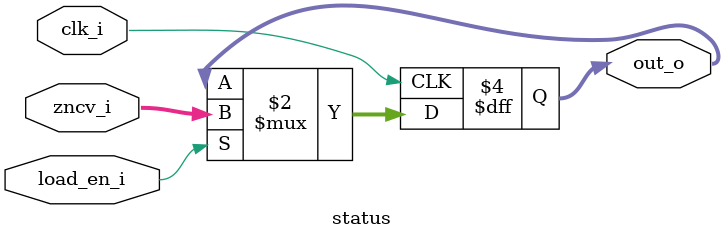
<source format=v>
`timescale 1ns/1ps


// -----------------------------------------------------------------------------
// Module: status
// Description: Latches the ZNCV flags only when load_en_i is asserted.
// -----------------------------------------------------------------------------
module status (
               input        clk_i,     // Clock input
               input        load_en_i, // NEW: Load enable signal
               input [3:0]  zncv_i,    // Input flags: Zero, Negative, Carry, Overflow
               output reg [3:0] out_o      // Latched output flags
               );

   always @(posedge clk_i) begin
     // Only update the flags if the load enable is high
     if (load_en_i) begin
       out_o <= zncv_i;
     end
   end

endmodule : status

</source>
